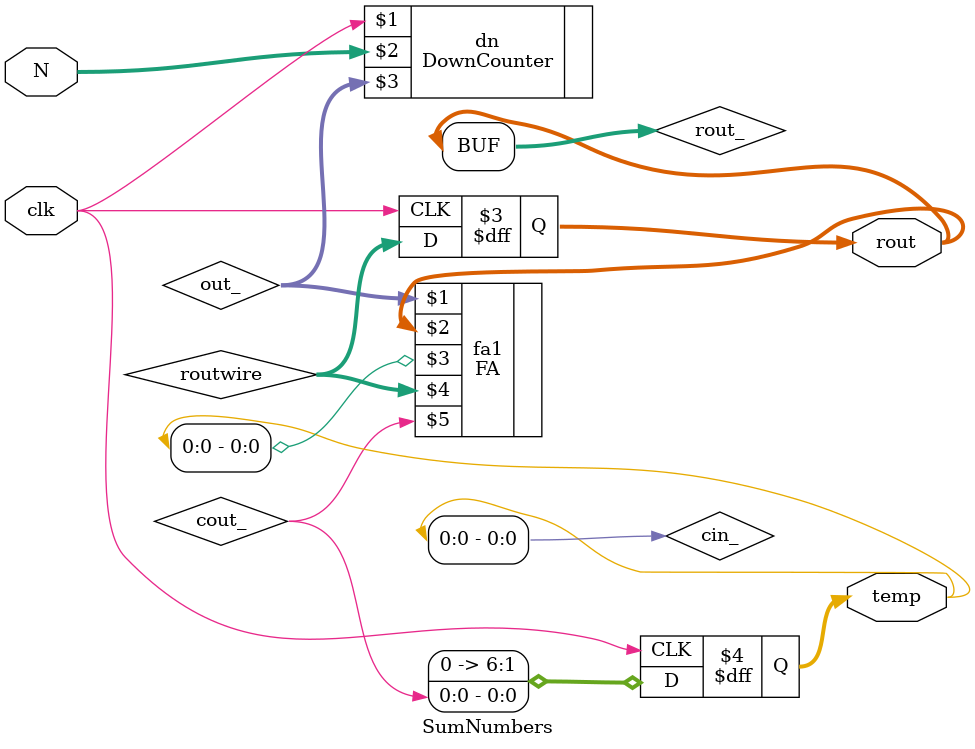
<source format=v>
`timescale 1ns / 1ps
module SumNumbers(
             input [3:0] N,
				 input clk,
				 output reg [6:0]rout,
				 output reg [6:0]temp
				
    );
	  
		  wire [3:0]out_;
		  
		  wire [6:0]rout_;
		  assign rout_=rout;
		  
		  wire cin_;
		  assign cin_=temp;
		  
		  wire [6:0]routwire;
		  reg temp2;
		  reg cout_;

	 DownCounter dn(clk, N, out_);
	 FA fa1(out_,rout_,cin_,routwire,cout_);
	 
	 
	 initial begin
	           temp=0;
				  rout=0;
				  
			   end
	 
	 always @(negedge clk) begin
                              temp=cout_;	                        
									   rout=routwire;
							
	                       end
	 
	 endmodule





</source>
